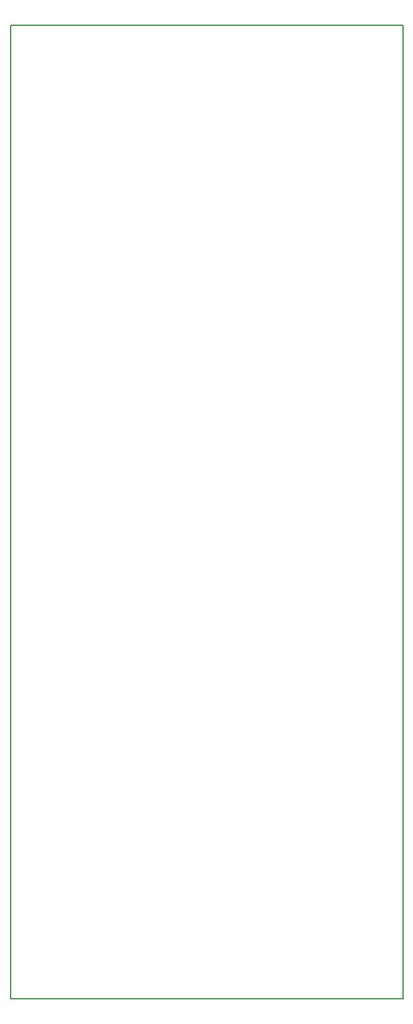
<source format=gko>
G04 Layer_Color=16711935*
%FSLAX24Y24*%
%MOIN*%
G70*
G01*
G75*
%ADD10C,0.0079*%
D10*
X35039Y51575D02*
X54724D01*
X35039Y2756D02*
Y51575D01*
Y2756D02*
X54724D01*
Y51575D01*
M02*

</source>
